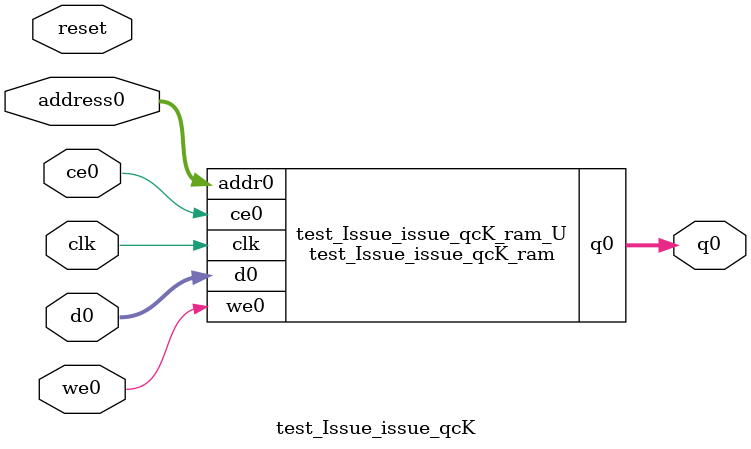
<source format=v>

`timescale 1 ns / 1 ps
module test_Issue_issue_qcK_ram (addr0, ce0, d0, we0, q0,  clk);

parameter DWIDTH = 64;
parameter AWIDTH = 2;
parameter MEM_SIZE = 4;

input[AWIDTH-1:0] addr0;
input ce0;
input[DWIDTH-1:0] d0;
input we0;
output reg[DWIDTH-1:0] q0;
input clk;

(* ram_style = "distributed" *)reg [DWIDTH-1:0] ram[0:MEM_SIZE-1];




always @(posedge clk)  
begin 
    if (ce0) 
    begin
        if (we0) 
        begin 
            ram[addr0] <= d0; 
            q0 <= d0;
        end 
        else 
            q0 <= ram[addr0];
    end
end


endmodule


`timescale 1 ns / 1 ps
module test_Issue_issue_qcK(
    reset,
    clk,
    address0,
    ce0,
    we0,
    d0,
    q0);

parameter DataWidth = 32'd64;
parameter AddressRange = 32'd4;
parameter AddressWidth = 32'd2;
input reset;
input clk;
input[AddressWidth - 1:0] address0;
input ce0;
input we0;
input[DataWidth - 1:0] d0;
output[DataWidth - 1:0] q0;



test_Issue_issue_qcK_ram test_Issue_issue_qcK_ram_U(
    .clk( clk ),
    .addr0( address0 ),
    .ce0( ce0 ),
    .we0( we0 ),
    .d0( d0 ),
    .q0( q0 ));

endmodule


</source>
